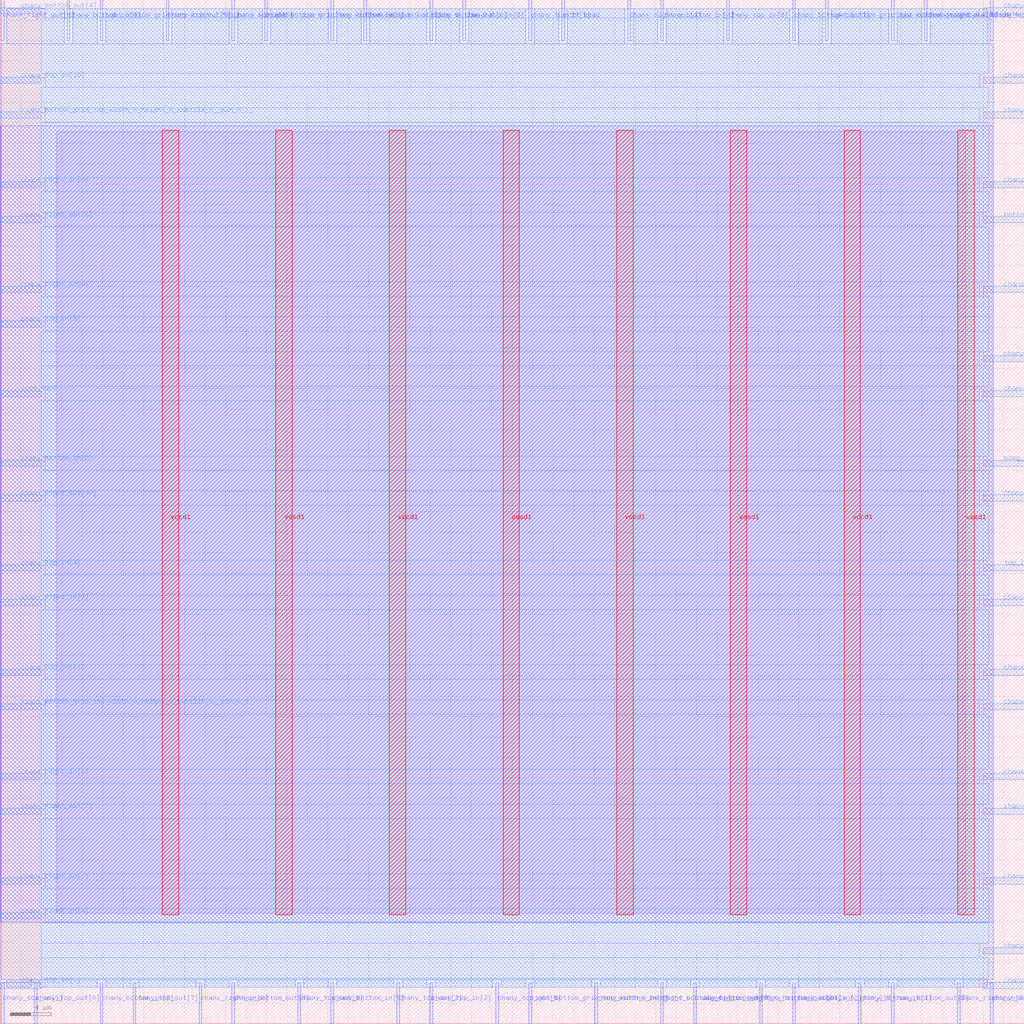
<source format=lef>
VERSION 5.7 ;
  NOWIREEXTENSIONATPIN ON ;
  DIVIDERCHAR "/" ;
  BUSBITCHARS "[]" ;
MACRO sb_0__1_
  CLASS BLOCK ;
  FOREIGN sb_0__1_ ;
  ORIGIN 0.000 0.000 ;
  SIZE 100.000 BY 100.000 ;
  PIN bottom_left_grid_right_width_0_height_0_subtile_0__pin_inpad_0_
    PORT
      LAYER met3 ;
        RECT 96.000 78.240 100.000 78.840 ;
    END
  END bottom_left_grid_right_width_0_height_0_subtile_0__pin_inpad_0_
  PIN ccff_head
    PORT
      LAYER met2 ;
        RECT 54.830 96.000 55.110 100.000 ;
    END
  END ccff_head
  PIN ccff_tail
    PORT
      LAYER met3 ;
        RECT 0.000 61.240 4.000 61.840 ;
    END
  END ccff_tail
  PIN chanx_right_in[0]
    PORT
      LAYER met2 ;
        RECT 19.410 0.000 19.690 4.000 ;
    END
  END chanx_right_in[0]
  PIN chanx_right_in[10]
    PORT
      LAYER met3 ;
        RECT 96.000 23.840 100.000 24.440 ;
    END
  END chanx_right_in[10]
  PIN chanx_right_in[1]
    PORT
      LAYER met3 ;
        RECT 0.000 23.840 4.000 24.440 ;
    END
  END chanx_right_in[1]
  PIN chanx_right_in[2]
    PORT
      LAYER met2 ;
        RECT 77.370 0.000 77.650 4.000 ;
    END
  END chanx_right_in[2]
  PIN chanx_right_in[3]
    PORT
      LAYER met3 ;
        RECT 0.000 13.640 4.000 14.240 ;
    END
  END chanx_right_in[3]
  PIN chanx_right_in[4]
    PORT
      LAYER met3 ;
        RECT 0.000 10.240 4.000 10.840 ;
    END
  END chanx_right_in[4]
  PIN chanx_right_in[5]
    PORT
      LAYER met3 ;
        RECT 96.000 30.640 100.000 31.240 ;
    END
  END chanx_right_in[5]
  PIN chanx_right_in[6]
    PORT
      LAYER met3 ;
        RECT 0.000 81.640 4.000 82.240 ;
    END
  END chanx_right_in[6]
  PIN chanx_right_in[7]
    PORT
      LAYER met3 ;
        RECT 0.000 40.840 4.000 41.440 ;
    END
  END chanx_right_in[7]
  PIN chanx_right_in[8]
    PORT
      LAYER met2 ;
        RECT 93.470 0.000 93.750 4.000 ;
    END
  END chanx_right_in[8]
  PIN chanx_right_in[9]
    PORT
      LAYER met3 ;
        RECT 0.000 71.440 4.000 72.040 ;
    END
  END chanx_right_in[9]
  PIN chanx_right_out[0]
    PORT
      LAYER met2 ;
        RECT 0.090 96.000 0.370 100.000 ;
    END
  END chanx_right_out[0]
  PIN chanx_right_out[10]
    PORT
      LAYER met3 ;
        RECT 0.000 51.040 4.000 51.640 ;
    END
  END chanx_right_out[10]
  PIN chanx_right_out[1]
    PORT
      LAYER met2 ;
        RECT 61.270 96.000 61.550 100.000 ;
    END
  END chanx_right_out[1]
  PIN chanx_right_out[2]
    PORT
      LAYER met3 ;
        RECT 96.000 20.440 100.000 21.040 ;
    END
  END chanx_right_out[2]
  PIN chanx_right_out[3]
    PORT
      LAYER met3 ;
        RECT 0.000 78.240 4.000 78.840 ;
    END
  END chanx_right_out[3]
  PIN chanx_right_out[4]
    PORT
      LAYER met3 ;
        RECT 96.000 34.040 100.000 34.640 ;
    END
  END chanx_right_out[4]
  PIN chanx_right_out[5]
    PORT
      LAYER met2 ;
        RECT 90.250 96.000 90.530 100.000 ;
    END
  END chanx_right_out[5]
  PIN chanx_right_out[6]
    PORT
      LAYER met3 ;
        RECT 96.000 71.440 100.000 72.040 ;
    END
  END chanx_right_out[6]
  PIN chanx_right_out[7]
    PORT
      LAYER met3 ;
        RECT 0.000 20.440 4.000 21.040 ;
    END
  END chanx_right_out[7]
  PIN chanx_right_out[8]
    PORT
      LAYER met3 ;
        RECT 96.000 91.840 100.000 92.440 ;
    END
  END chanx_right_out[8]
  PIN chanx_right_out[9]
    PORT
      LAYER met3 ;
        RECT 96.000 61.240 100.000 61.840 ;
    END
  END chanx_right_out[9]
  PIN chany_bottom_in[0]
    PORT
      LAYER met2 ;
        RECT 32.290 96.000 32.570 100.000 ;
    END
  END chany_bottom_in[0]
  PIN chany_bottom_in[10]
    PORT
      LAYER met3 ;
        RECT 96.000 81.640 100.000 82.240 ;
    END
  END chany_bottom_in[10]
  PIN chany_bottom_in[1]
    PORT
      LAYER met2 ;
        RECT 83.810 0.000 84.090 4.000 ;
    END
  END chany_bottom_in[1]
  PIN chany_bottom_in[2]
    PORT
      LAYER met3 ;
        RECT 96.000 6.840 100.000 7.440 ;
    END
  END chany_bottom_in[2]
  PIN chany_bottom_in[3]
    PORT
      LAYER met2 ;
        RECT 9.750 0.000 10.030 4.000 ;
    END
  END chany_bottom_in[3]
  PIN chany_bottom_in[4]
    PORT
      LAYER met2 ;
        RECT 64.490 96.000 64.770 100.000 ;
    END
  END chany_bottom_in[4]
  PIN chany_bottom_in[5]
    PORT
      LAYER met2 ;
        RECT 32.290 0.000 32.570 4.000 ;
    END
  END chany_bottom_in[5]
  PIN chany_bottom_in[6]
    PORT
      LAYER met2 ;
        RECT 58.050 0.000 58.330 4.000 ;
    END
  END chany_bottom_in[6]
  PIN chany_bottom_in[7]
    PORT
      LAYER met3 ;
        RECT 96.000 64.640 100.000 65.240 ;
    END
  END chany_bottom_in[7]
  PIN chany_bottom_in[8]
    PORT
      LAYER met3 ;
        RECT 0.000 54.440 4.000 55.040 ;
    END
  END chany_bottom_in[8]
  PIN chany_bottom_in[9]
    PORT
      LAYER met2 ;
        RECT 6.530 96.000 6.810 100.000 ;
    END
  END chany_bottom_in[9]
  PIN chany_bottom_out[0]
    PORT
      LAYER met2 ;
        RECT 22.630 0.000 22.910 4.000 ;
    END
  END chany_bottom_out[0]
  PIN chany_bottom_out[10]
    PORT
      LAYER met2 ;
        RECT 74.150 0.000 74.430 4.000 ;
    END
  END chany_bottom_out[10]
  PIN chany_bottom_out[1]
    PORT
      LAYER met2 ;
        RECT 77.370 96.000 77.650 100.000 ;
    END
  END chany_bottom_out[1]
  PIN chany_bottom_out[2]
    PORT
      LAYER met2 ;
        RECT 96.690 0.000 96.970 4.000 ;
    END
  END chany_bottom_out[2]
  PIN chany_bottom_out[3]
    PORT
      LAYER met2 ;
        RECT 35.510 96.000 35.790 100.000 ;
    END
  END chany_bottom_out[3]
  PIN chany_bottom_out[4]
    PORT
      LAYER met3 ;
        RECT 0.000 98.640 4.000 99.240 ;
    END
  END chany_bottom_out[4]
  PIN chany_bottom_out[5]
    PORT
      LAYER met2 ;
        RECT 87.030 0.000 87.310 4.000 ;
    END
  END chany_bottom_out[5]
  PIN chany_bottom_out[6]
    PORT
      LAYER met2 ;
        RECT 41.950 96.000 42.230 100.000 ;
    END
  END chany_bottom_out[6]
  PIN chany_bottom_out[7]
    PORT
      LAYER met3 ;
        RECT 96.000 13.640 100.000 14.240 ;
    END
  END chany_bottom_out[7]
  PIN chany_bottom_out[8]
    PORT
      LAYER met3 ;
        RECT 96.000 40.840 100.000 41.440 ;
    END
  END chany_bottom_out[8]
  PIN chany_bottom_out[9]
    PORT
      LAYER met2 ;
        RECT 67.710 0.000 67.990 4.000 ;
    END
  END chany_bottom_out[9]
  PIN chany_top_in[0]
    PORT
      LAYER met3 ;
        RECT 0.000 3.440 4.000 4.040 ;
    END
  END chany_top_in[0]
  PIN chany_top_in[10]
    PORT
      LAYER met3 ;
        RECT 0.000 91.840 4.000 92.440 ;
    END
  END chany_top_in[10]
  PIN chany_top_in[1]
    PORT
      LAYER met2 ;
        RECT 51.610 96.000 51.890 100.000 ;
    END
  END chany_top_in[1]
  PIN chany_top_in[2]
    PORT
      LAYER met2 ;
        RECT 41.950 0.000 42.230 4.000 ;
    END
  END chany_top_in[2]
  PIN chany_top_in[3]
    PORT
      LAYER met2 ;
        RECT 0.090 0.000 0.370 4.000 ;
    END
  END chany_top_in[3]
  PIN chany_top_in[4]
    PORT
      LAYER met3 ;
        RECT 0.000 44.240 4.000 44.840 ;
    END
  END chany_top_in[4]
  PIN chany_top_in[5]
    PORT
      LAYER met2 ;
        RECT 45.170 96.000 45.450 100.000 ;
    END
  END chany_top_in[5]
  PIN chany_top_in[6]
    PORT
      LAYER met2 ;
        RECT 70.930 96.000 71.210 100.000 ;
    END
  END chany_top_in[6]
  PIN chany_top_in[7]
    PORT
      LAYER met2 ;
        RECT 96.690 96.000 96.970 100.000 ;
    END
  END chany_top_in[7]
  PIN chany_top_in[8]
    PORT
      LAYER met2 ;
        RECT 22.630 96.000 22.910 100.000 ;
    END
  END chany_top_in[8]
  PIN chany_top_in[9]
    PORT
      LAYER met3 ;
        RECT 0.000 68.040 4.000 68.640 ;
    END
  END chany_top_in[9]
  PIN chany_top_out[0]
    PORT
      LAYER met2 ;
        RECT 3.310 0.000 3.590 4.000 ;
    END
  END chany_top_out[0]
  PIN chany_top_out[10]
    PORT
      LAYER met3 ;
        RECT 96.000 98.640 100.000 99.240 ;
    END
  END chany_top_out[10]
  PIN chany_top_out[1]
    PORT
      LAYER met3 ;
        RECT 0.000 34.040 4.000 34.640 ;
    END
  END chany_top_out[1]
  PIN chany_top_out[2]
    PORT
      LAYER met2 ;
        RECT 38.730 0.000 39.010 4.000 ;
    END
  END chany_top_out[2]
  PIN chany_top_out[3]
    PORT
      LAYER met3 ;
        RECT 96.000 88.440 100.000 89.040 ;
    END
  END chany_top_out[3]
  PIN chany_top_out[4]
    PORT
      LAYER met3 ;
        RECT 96.000 3.440 100.000 4.040 ;
    END
  END chany_top_out[4]
  PIN chany_top_out[5]
    PORT
      LAYER met2 ;
        RECT 16.190 96.000 16.470 100.000 ;
    END
  END chany_top_out[5]
  PIN chany_top_out[6]
    PORT
      LAYER met3 ;
        RECT 96.000 51.040 100.000 51.640 ;
    END
  END chany_top_out[6]
  PIN chany_top_out[7]
    PORT
      LAYER met2 ;
        RECT 12.970 0.000 13.250 4.000 ;
    END
  END chany_top_out[7]
  PIN chany_top_out[8]
    PORT
      LAYER met2 ;
        RECT 29.070 0.000 29.350 4.000 ;
    END
  END chany_top_out[8]
  PIN chany_top_out[9]
    PORT
      LAYER met2 ;
        RECT 48.390 0.000 48.670 4.000 ;
    END
  END chany_top_out[9]
  PIN prog_clk
    PORT
      LAYER met3 ;
        RECT 96.000 54.440 100.000 55.040 ;
    END
  END prog_clk
  PIN right_bottom_grid_top_width_0_height_0_subtile_0__pin_O_0_
    PORT
      LAYER met2 ;
        RECT 51.610 0.000 51.890 4.000 ;
    END
  END right_bottom_grid_top_width_0_height_0_subtile_0__pin_O_0_
  PIN right_bottom_grid_top_width_0_height_0_subtile_0__pin_O_1_
    PORT
      LAYER met2 ;
        RECT 87.030 96.000 87.310 100.000 ;
    END
  END right_bottom_grid_top_width_0_height_0_subtile_0__pin_O_1_
  PIN right_bottom_grid_top_width_0_height_0_subtile_0__pin_O_2_
    PORT
      LAYER met2 ;
        RECT 80.590 96.000 80.870 100.000 ;
    END
  END right_bottom_grid_top_width_0_height_0_subtile_0__pin_O_2_
  PIN right_bottom_grid_top_width_0_height_0_subtile_0__pin_O_3_
    PORT
      LAYER met2 ;
        RECT 9.750 96.000 10.030 100.000 ;
    END
  END right_bottom_grid_top_width_0_height_0_subtile_0__pin_O_3_
  PIN right_bottom_grid_top_width_0_height_0_subtile_0__pin_O_4_
    PORT
      LAYER met2 ;
        RECT 25.850 96.000 26.130 100.000 ;
    END
  END right_bottom_grid_top_width_0_height_0_subtile_0__pin_O_4_
  PIN right_bottom_grid_top_width_0_height_0_subtile_0__pin_O_5_
    PORT
      LAYER met2 ;
        RECT 64.490 0.000 64.770 4.000 ;
    END
  END right_bottom_grid_top_width_0_height_0_subtile_0__pin_O_5_
  PIN right_bottom_grid_top_width_0_height_0_subtile_0__pin_O_6_
    PORT
      LAYER met3 ;
        RECT 0.000 30.640 4.000 31.240 ;
    END
  END right_bottom_grid_top_width_0_height_0_subtile_0__pin_O_6_
  PIN right_bottom_grid_top_width_0_height_0_subtile_0__pin_O_7_
    PORT
      LAYER met3 ;
        RECT 0.000 88.440 4.000 89.040 ;
    END
  END right_bottom_grid_top_width_0_height_0_subtile_0__pin_O_7_
  PIN top_left_grid_right_width_0_height_0_subtile_0__pin_inpad_0_
    PORT
      LAYER met3 ;
        RECT 96.000 44.240 100.000 44.840 ;
    END
  END top_left_grid_right_width_0_height_0_subtile_0__pin_inpad_0_
  PIN vccd1
    PORT
      LAYER met4 ;
        RECT 82.400 10.640 84.000 87.280 ;
    END
    PORT
      LAYER met4 ;
        RECT 60.205 10.640 61.805 87.280 ;
    END
    PORT
      LAYER met4 ;
        RECT 38.010 10.640 39.610 87.280 ;
    END
    PORT
      LAYER met4 ;
        RECT 15.815 10.640 17.415 87.280 ;
    END
  END vccd1
  PIN vssd1
    PORT
      LAYER met4 ;
        RECT 93.495 10.640 95.095 87.280 ;
    END
    PORT
      LAYER met4 ;
        RECT 71.300 10.640 72.900 87.280 ;
    END
    PORT
      LAYER met4 ;
        RECT 49.105 10.640 50.705 87.280 ;
    END
    PORT
      LAYER met4 ;
        RECT 26.910 10.640 28.510 87.280 ;
    END
  END vssd1
  OBS
      LAYER li1 ;
        RECT 5.520 10.795 94.300 87.125 ;
      LAYER met1 ;
        RECT 0.070 9.900 96.990 87.680 ;
      LAYER met2 ;
        RECT 0.650 95.720 6.250 99.125 ;
        RECT 7.090 95.720 9.470 99.125 ;
        RECT 10.310 95.720 15.910 99.125 ;
        RECT 16.750 95.720 22.350 99.125 ;
        RECT 23.190 95.720 25.570 99.125 ;
        RECT 26.410 95.720 32.010 99.125 ;
        RECT 32.850 95.720 35.230 99.125 ;
        RECT 36.070 95.720 41.670 99.125 ;
        RECT 42.510 95.720 44.890 99.125 ;
        RECT 45.730 95.720 51.330 99.125 ;
        RECT 52.170 95.720 54.550 99.125 ;
        RECT 55.390 95.720 60.990 99.125 ;
        RECT 61.830 95.720 64.210 99.125 ;
        RECT 65.050 95.720 70.650 99.125 ;
        RECT 71.490 95.720 77.090 99.125 ;
        RECT 77.930 95.720 80.310 99.125 ;
        RECT 81.150 95.720 86.750 99.125 ;
        RECT 87.590 95.720 89.970 99.125 ;
        RECT 90.810 95.720 96.410 99.125 ;
        RECT 0.100 4.280 96.960 95.720 ;
        RECT 0.650 3.555 3.030 4.280 ;
        RECT 3.870 3.555 9.470 4.280 ;
        RECT 10.310 3.555 12.690 4.280 ;
        RECT 13.530 3.555 19.130 4.280 ;
        RECT 19.970 3.555 22.350 4.280 ;
        RECT 23.190 3.555 28.790 4.280 ;
        RECT 29.630 3.555 32.010 4.280 ;
        RECT 32.850 3.555 38.450 4.280 ;
        RECT 39.290 3.555 41.670 4.280 ;
        RECT 42.510 3.555 48.110 4.280 ;
        RECT 48.950 3.555 51.330 4.280 ;
        RECT 52.170 3.555 57.770 4.280 ;
        RECT 58.610 3.555 64.210 4.280 ;
        RECT 65.050 3.555 67.430 4.280 ;
        RECT 68.270 3.555 73.870 4.280 ;
        RECT 74.710 3.555 77.090 4.280 ;
        RECT 77.930 3.555 83.530 4.280 ;
        RECT 84.370 3.555 86.750 4.280 ;
        RECT 87.590 3.555 93.190 4.280 ;
        RECT 94.030 3.555 96.410 4.280 ;
      LAYER met3 ;
        RECT 4.400 98.240 95.600 99.105 ;
        RECT 4.000 92.840 96.535 98.240 ;
        RECT 4.400 91.440 95.600 92.840 ;
        RECT 4.000 89.440 96.535 91.440 ;
        RECT 4.400 88.040 95.600 89.440 ;
        RECT 4.000 82.640 96.535 88.040 ;
        RECT 4.400 81.240 95.600 82.640 ;
        RECT 4.000 79.240 96.535 81.240 ;
        RECT 4.400 77.840 95.600 79.240 ;
        RECT 4.000 72.440 96.535 77.840 ;
        RECT 4.400 71.040 95.600 72.440 ;
        RECT 4.000 69.040 96.535 71.040 ;
        RECT 4.400 67.640 96.535 69.040 ;
        RECT 4.000 65.640 96.535 67.640 ;
        RECT 4.000 64.240 95.600 65.640 ;
        RECT 4.000 62.240 96.535 64.240 ;
        RECT 4.400 60.840 95.600 62.240 ;
        RECT 4.000 55.440 96.535 60.840 ;
        RECT 4.400 54.040 95.600 55.440 ;
        RECT 4.000 52.040 96.535 54.040 ;
        RECT 4.400 50.640 95.600 52.040 ;
        RECT 4.000 45.240 96.535 50.640 ;
        RECT 4.400 43.840 95.600 45.240 ;
        RECT 4.000 41.840 96.535 43.840 ;
        RECT 4.400 40.440 95.600 41.840 ;
        RECT 4.000 35.040 96.535 40.440 ;
        RECT 4.400 33.640 95.600 35.040 ;
        RECT 4.000 31.640 96.535 33.640 ;
        RECT 4.400 30.240 95.600 31.640 ;
        RECT 4.000 24.840 96.535 30.240 ;
        RECT 4.400 23.440 95.600 24.840 ;
        RECT 4.000 21.440 96.535 23.440 ;
        RECT 4.400 20.040 95.600 21.440 ;
        RECT 4.000 14.640 96.535 20.040 ;
        RECT 4.400 13.240 95.600 14.640 ;
        RECT 4.000 11.240 96.535 13.240 ;
        RECT 4.400 9.840 96.535 11.240 ;
        RECT 4.000 7.840 96.535 9.840 ;
        RECT 4.000 6.440 95.600 7.840 ;
        RECT 4.000 4.440 96.535 6.440 ;
        RECT 4.400 3.575 95.600 4.440 ;
  END
END sb_0__1_
END LIBRARY


</source>
